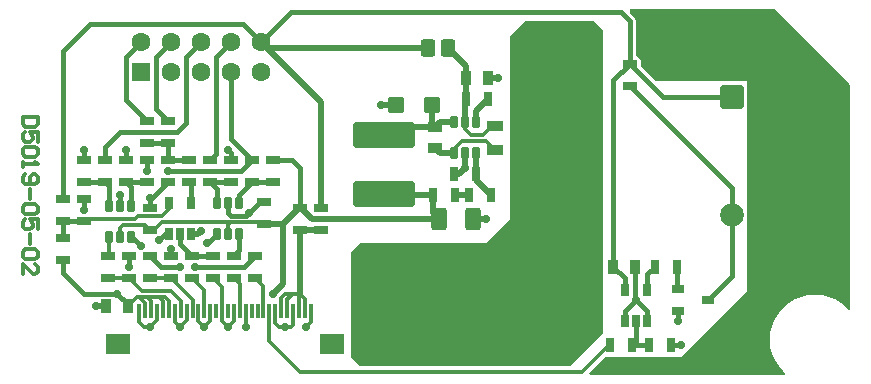
<source format=gtl>
G04*
G04 #@! TF.GenerationSoftware,Altium Limited,Altium Designer,20.1.7 (139)*
G04*
G04 Layer_Physical_Order=1*
G04 Layer_Color=255*
%FSLAX25Y25*%
%MOIN*%
G70*
G04*
G04 #@! TF.SameCoordinates,05879739-44A9-4934-95FB-35F445BD12AF*
G04*
G04*
G04 #@! TF.FilePolarity,Positive*
G04*
G01*
G75*
%ADD29R,0.07874X0.07087*%
%ADD30R,0.01181X0.05118*%
G04:AMPARAMS|DCode=31|XSize=23.62mil|YSize=43.31mil|CornerRadius=2.36mil|HoleSize=0mil|Usage=FLASHONLY|Rotation=180.000|XOffset=0mil|YOffset=0mil|HoleType=Round|Shape=RoundedRectangle|*
%AMROUNDEDRECTD31*
21,1,0.02362,0.03858,0,0,180.0*
21,1,0.01890,0.04331,0,0,180.0*
1,1,0.00472,-0.00945,0.01929*
1,1,0.00472,0.00945,0.01929*
1,1,0.00472,0.00945,-0.01929*
1,1,0.00472,-0.00945,-0.01929*
%
%ADD31ROUNDEDRECTD31*%
G04:AMPARAMS|DCode=32|XSize=49.21mil|YSize=27.56mil|CornerRadius=2.76mil|HoleSize=0mil|Usage=FLASHONLY|Rotation=0.000|XOffset=0mil|YOffset=0mil|HoleType=Round|Shape=RoundedRectangle|*
%AMROUNDEDRECTD32*
21,1,0.04921,0.02205,0,0,0.0*
21,1,0.04370,0.02756,0,0,0.0*
1,1,0.00551,0.02185,-0.01102*
1,1,0.00551,-0.02185,-0.01102*
1,1,0.00551,-0.02185,0.01102*
1,1,0.00551,0.02185,0.01102*
%
%ADD32ROUNDEDRECTD32*%
G04:AMPARAMS|DCode=33|XSize=49.21mil|YSize=27.56mil|CornerRadius=2.76mil|HoleSize=0mil|Usage=FLASHONLY|Rotation=270.000|XOffset=0mil|YOffset=0mil|HoleType=Round|Shape=RoundedRectangle|*
%AMROUNDEDRECTD33*
21,1,0.04921,0.02205,0,0,270.0*
21,1,0.04370,0.02756,0,0,270.0*
1,1,0.00551,-0.01102,-0.02185*
1,1,0.00551,-0.01102,0.02185*
1,1,0.00551,0.01102,0.02185*
1,1,0.00551,0.01102,-0.02185*
%
%ADD33ROUNDEDRECTD33*%
G04:AMPARAMS|DCode=34|XSize=23.62mil|YSize=43.31mil|CornerRadius=5.91mil|HoleSize=0mil|Usage=FLASHONLY|Rotation=0.000|XOffset=0mil|YOffset=0mil|HoleType=Round|Shape=RoundedRectangle|*
%AMROUNDEDRECTD34*
21,1,0.02362,0.03150,0,0,0.0*
21,1,0.01181,0.04331,0,0,0.0*
1,1,0.01181,0.00591,-0.01575*
1,1,0.01181,-0.00591,-0.01575*
1,1,0.01181,-0.00591,0.01575*
1,1,0.01181,0.00591,0.01575*
%
%ADD34ROUNDEDRECTD34*%
G04:AMPARAMS|DCode=35|XSize=55.12mil|YSize=31.5mil|CornerRadius=3.15mil|HoleSize=0mil|Usage=FLASHONLY|Rotation=180.000|XOffset=0mil|YOffset=0mil|HoleType=Round|Shape=RoundedRectangle|*
%AMROUNDEDRECTD35*
21,1,0.05512,0.02520,0,0,180.0*
21,1,0.04882,0.03150,0,0,180.0*
1,1,0.00630,-0.02441,0.01260*
1,1,0.00630,0.02441,0.01260*
1,1,0.00630,0.02441,-0.01260*
1,1,0.00630,-0.02441,-0.01260*
%
%ADD35ROUNDEDRECTD35*%
G04:AMPARAMS|DCode=36|XSize=55.12mil|YSize=51.18mil|CornerRadius=5.12mil|HoleSize=0mil|Usage=FLASHONLY|Rotation=270.000|XOffset=0mil|YOffset=0mil|HoleType=Round|Shape=RoundedRectangle|*
%AMROUNDEDRECTD36*
21,1,0.05512,0.04095,0,0,270.0*
21,1,0.04488,0.05118,0,0,270.0*
1,1,0.01024,-0.02047,-0.02244*
1,1,0.01024,-0.02047,0.02244*
1,1,0.01024,0.02047,0.02244*
1,1,0.01024,0.02047,-0.02244*
%
%ADD36ROUNDEDRECTD36*%
G04:AMPARAMS|DCode=37|XSize=86.61mil|YSize=204.72mil|CornerRadius=8.66mil|HoleSize=0mil|Usage=FLASHONLY|Rotation=90.000|XOffset=0mil|YOffset=0mil|HoleType=Round|Shape=RoundedRectangle|*
%AMROUNDEDRECTD37*
21,1,0.08661,0.18740,0,0,90.0*
21,1,0.06929,0.20472,0,0,90.0*
1,1,0.01732,0.09370,0.03465*
1,1,0.01732,0.09370,-0.03465*
1,1,0.01732,-0.09370,-0.03465*
1,1,0.01732,-0.09370,0.03465*
%
%ADD37ROUNDEDRECTD37*%
G04:AMPARAMS|DCode=38|XSize=72.84mil|YSize=51.18mil|CornerRadius=7.68mil|HoleSize=0mil|Usage=FLASHONLY|Rotation=270.000|XOffset=0mil|YOffset=0mil|HoleType=Round|Shape=RoundedRectangle|*
%AMROUNDEDRECTD38*
21,1,0.07284,0.03583,0,0,270.0*
21,1,0.05748,0.05118,0,0,270.0*
1,1,0.01535,-0.01791,-0.02874*
1,1,0.01535,-0.01791,0.02874*
1,1,0.01535,0.01791,0.02874*
1,1,0.01535,0.01791,-0.02874*
%
%ADD38ROUNDEDRECTD38*%
G04:AMPARAMS|DCode=39|XSize=49.21mil|YSize=31.5mil|CornerRadius=3.15mil|HoleSize=0mil|Usage=FLASHONLY|Rotation=90.000|XOffset=0mil|YOffset=0mil|HoleType=Round|Shape=RoundedRectangle|*
%AMROUNDEDRECTD39*
21,1,0.04921,0.02520,0,0,90.0*
21,1,0.04291,0.03150,0,0,90.0*
1,1,0.00630,0.01260,0.02146*
1,1,0.00630,0.01260,-0.02146*
1,1,0.00630,-0.01260,-0.02146*
1,1,0.00630,-0.01260,0.02146*
%
%ADD39ROUNDEDRECTD39*%
G04:AMPARAMS|DCode=40|XSize=57.09mil|YSize=49.21mil|CornerRadius=9.84mil|HoleSize=0mil|Usage=FLASHONLY|Rotation=90.000|XOffset=0mil|YOffset=0mil|HoleType=Round|Shape=RoundedRectangle|*
%AMROUNDEDRECTD40*
21,1,0.05709,0.02953,0,0,90.0*
21,1,0.03740,0.04921,0,0,90.0*
1,1,0.01968,0.01476,0.01870*
1,1,0.01968,0.01476,-0.01870*
1,1,0.01968,-0.01476,-0.01870*
1,1,0.01968,-0.01476,0.01870*
%
%ADD40ROUNDEDRECTD40*%
G04:AMPARAMS|DCode=41|XSize=23.62mil|YSize=43.31mil|CornerRadius=2.36mil|HoleSize=0mil|Usage=FLASHONLY|Rotation=90.000|XOffset=0mil|YOffset=0mil|HoleType=Round|Shape=RoundedRectangle|*
%AMROUNDEDRECTD41*
21,1,0.02362,0.03858,0,0,90.0*
21,1,0.01890,0.04331,0,0,90.0*
1,1,0.00472,0.01929,0.00945*
1,1,0.00472,0.01929,-0.00945*
1,1,0.00472,-0.01929,-0.00945*
1,1,0.00472,-0.01929,0.00945*
%
%ADD41ROUNDEDRECTD41*%
G04:AMPARAMS|DCode=42|XSize=49.21mil|YSize=31.5mil|CornerRadius=3.15mil|HoleSize=0mil|Usage=FLASHONLY|Rotation=180.000|XOffset=0mil|YOffset=0mil|HoleType=Round|Shape=RoundedRectangle|*
%AMROUNDEDRECTD42*
21,1,0.04921,0.02520,0,0,180.0*
21,1,0.04291,0.03150,0,0,180.0*
1,1,0.00630,-0.02146,0.01260*
1,1,0.00630,0.02146,0.01260*
1,1,0.00630,0.02146,-0.01260*
1,1,0.00630,-0.02146,-0.01260*
%
%ADD42ROUNDEDRECTD42*%
%ADD43C,0.01968*%
%ADD44C,0.01181*%
%ADD45C,0.01575*%
%ADD46C,0.01200*%
%ADD47C,0.07874*%
G04:AMPARAMS|DCode=48|XSize=78.74mil|YSize=78.74mil|CornerRadius=7.87mil|HoleSize=0mil|Usage=FLASHONLY|Rotation=270.000|XOffset=0mil|YOffset=0mil|HoleType=Round|Shape=RoundedRectangle|*
%AMROUNDEDRECTD48*
21,1,0.07874,0.06299,0,0,270.0*
21,1,0.06299,0.07874,0,0,270.0*
1,1,0.01575,-0.03150,-0.03150*
1,1,0.01575,-0.03150,0.03150*
1,1,0.01575,0.03150,0.03150*
1,1,0.01575,0.03150,-0.03150*
%
%ADD48ROUNDEDRECTD48*%
%ADD49R,0.06299X0.06299*%
%ADD50C,0.06299*%
%ADD51C,0.02756*%
G36*
X198000Y122000D02*
X201000Y119000D01*
X201000Y18000D01*
X190000Y7000D01*
X120000D01*
X117000Y10000D01*
X117000Y45000D01*
X120000Y48000D01*
X162000Y48000D01*
X170000Y56000D01*
Y117000D01*
X175000Y122000D01*
X198000Y122000D01*
D02*
G37*
G36*
X283431Y100717D02*
Y25741D01*
X282962Y25568D01*
X282276Y26371D01*
X280484Y27902D01*
X278474Y29133D01*
X276296Y30035D01*
X274004Y30586D01*
X271654Y30771D01*
X269303Y30586D01*
X267011Y30035D01*
X264833Y29133D01*
X262823Y27902D01*
X261031Y26371D01*
X259500Y24578D01*
X258268Y22568D01*
X257366Y20390D01*
X256816Y18098D01*
X256631Y15748D01*
X256816Y13398D01*
X257366Y11106D01*
X258268Y8928D01*
X259500Y6918D01*
X261031Y5125D01*
X261799Y4469D01*
X261626Y4000D01*
X196653Y4000D01*
X196462Y4462D01*
X202000Y10000D01*
X227000Y10000D01*
X249000Y32000D01*
X249000Y102000D01*
X218318Y102000D01*
X213486Y106832D01*
Y108843D01*
X213387Y109340D01*
X213105Y109762D01*
X212683Y110044D01*
X212185Y110143D01*
X211822D01*
Y122000D01*
X211822Y122000D01*
X211684Y122697D01*
X211289Y123289D01*
X211289Y123289D01*
X210000Y124577D01*
Y125950D01*
X258198D01*
X283431Y100717D01*
D02*
G37*
D29*
X110630Y14362D02*
D03*
X39370D02*
D03*
D30*
X89764Y25189D02*
D03*
X87795D02*
D03*
X85827D02*
D03*
X83858D02*
D03*
X75984D02*
D03*
X74016D02*
D03*
X72047D02*
D03*
X70079D02*
D03*
X68110D02*
D03*
X66142D02*
D03*
X64173D02*
D03*
X58268D02*
D03*
X56299D02*
D03*
X54331D02*
D03*
X52362D02*
D03*
X50394D02*
D03*
X48425D02*
D03*
X46457D02*
D03*
X60236D02*
D03*
X62205D02*
D03*
X77953D02*
D03*
X79921D02*
D03*
X81890D02*
D03*
X91732D02*
D03*
X93701D02*
D03*
X95669D02*
D03*
X97638D02*
D03*
X99606D02*
D03*
X101575D02*
D03*
X103543D02*
D03*
D31*
X208260Y32118D02*
D03*
X215740D02*
D03*
Y21882D02*
D03*
X212000D02*
D03*
X208260D02*
D03*
X56260Y61118D02*
D03*
X63740D02*
D03*
Y50882D02*
D03*
X60000D02*
D03*
X56260D02*
D03*
D32*
X107000Y59740D02*
D03*
Y52260D02*
D03*
X100000Y59740D02*
D03*
Y52260D02*
D03*
X210000Y107740D02*
D03*
Y100260D02*
D03*
X56000Y88709D02*
D03*
Y81228D02*
D03*
X88000Y54260D02*
D03*
Y61740D02*
D03*
X63000Y75709D02*
D03*
Y68228D02*
D03*
X56000Y75709D02*
D03*
Y68228D02*
D03*
X21000Y42260D02*
D03*
Y49740D02*
D03*
X64000Y43740D02*
D03*
Y36260D02*
D03*
X21000Y62740D02*
D03*
Y55260D02*
D03*
X42000Y75709D02*
D03*
Y68228D02*
D03*
X49000Y75709D02*
D03*
Y68228D02*
D03*
X78000Y43740D02*
D03*
Y36260D02*
D03*
X84000Y75709D02*
D03*
Y68228D02*
D03*
X91000Y68228D02*
D03*
Y75709D02*
D03*
X36000Y43740D02*
D03*
Y36260D02*
D03*
X35000Y75709D02*
D03*
Y68228D02*
D03*
X50000Y43740D02*
D03*
Y36260D02*
D03*
X70000Y75709D02*
D03*
Y68228D02*
D03*
X71000Y43740D02*
D03*
Y36260D02*
D03*
X28000Y68228D02*
D03*
Y75709D02*
D03*
X43000Y36260D02*
D03*
Y43740D02*
D03*
X57000Y36260D02*
D03*
Y43740D02*
D03*
X50000Y52260D02*
D03*
Y59740D02*
D03*
X28000Y55260D02*
D03*
Y62740D02*
D03*
X77000Y68228D02*
D03*
Y75709D02*
D03*
X49000Y88709D02*
D03*
Y81228D02*
D03*
X85000Y43740D02*
D03*
Y36260D02*
D03*
D33*
X210740Y14000D02*
D03*
X203260D02*
D03*
X155260Y96000D02*
D03*
X162740D02*
D03*
X163740Y64000D02*
D03*
X156260D02*
D03*
X151260Y71000D02*
D03*
X158740D02*
D03*
X216260Y14000D02*
D03*
X223740D02*
D03*
X218260Y40000D02*
D03*
X225740D02*
D03*
X151740Y64000D02*
D03*
X144260D02*
D03*
D34*
X43740Y60118D02*
D03*
Y49882D02*
D03*
X79740Y61118D02*
D03*
X72260D02*
D03*
Y50882D02*
D03*
X79740D02*
D03*
X40000Y49882D02*
D03*
X36260D02*
D03*
Y60118D02*
D03*
X40000D02*
D03*
X151260Y88118D02*
D03*
X155000D02*
D03*
X158740D02*
D03*
Y77882D02*
D03*
X155000D02*
D03*
X151260D02*
D03*
X76000Y50882D02*
D03*
Y61118D02*
D03*
D35*
X165000Y79063D02*
D03*
Y86937D02*
D03*
D36*
X132095Y94000D02*
D03*
X143905D02*
D03*
D37*
X128000Y83842D02*
D03*
Y64157D02*
D03*
D38*
X146291Y56000D02*
D03*
X157709D02*
D03*
D39*
X35457Y27000D02*
D03*
X42543D02*
D03*
X162543Y103000D02*
D03*
X155457D02*
D03*
X204457Y40000D02*
D03*
X211543D02*
D03*
D40*
X142555Y113000D02*
D03*
X149445D02*
D03*
D41*
X225882Y32740D02*
D03*
Y25260D02*
D03*
X236118Y29000D02*
D03*
D42*
X145000Y79457D02*
D03*
Y86543D02*
D03*
D43*
X94260Y54260D02*
X100000Y60000D01*
X94260Y34260D02*
Y54260D01*
X91000Y31000D02*
X94260Y34260D01*
X89000Y113000D02*
X107000Y95000D01*
X87000Y115000D02*
X89000Y113000D01*
X107000Y59740D02*
Y95000D01*
X100000Y52260D02*
X107000D01*
X100000Y31000D02*
Y52260D01*
Y60000D02*
X104000Y56000D01*
X88000Y54260D02*
X94260D01*
X65882Y50882D02*
X67000Y52000D01*
X63740Y50882D02*
X65882D01*
X57000Y43740D02*
Y46000D01*
X32000Y27000D02*
X35457D01*
X88000Y54260D02*
X88260Y54000D01*
X89000Y113000D02*
X142555D01*
X127000Y94000D02*
X132095D01*
X145000Y86543D02*
X146575Y88118D01*
X151260D01*
X143905Y87638D02*
X145000Y86543D01*
X143905Y87638D02*
Y94000D01*
X130701Y86543D02*
X145000D01*
X128000Y83842D02*
X130701Y86543D01*
X145000Y79457D02*
X146575Y77882D01*
X151260D01*
X162543Y103000D02*
X166000D01*
X149445Y113000D02*
X155457Y106988D01*
Y103000D02*
Y106988D01*
X155260Y102803D02*
X155457Y103000D01*
X155260Y96000D02*
Y102803D01*
X155000Y95740D02*
X155260Y96000D01*
X155000Y88118D02*
Y95740D01*
X158740Y92000D02*
X162740Y96000D01*
X158740Y88118D02*
Y92000D01*
X153000Y71000D02*
X155000Y73000D01*
X151260Y71000D02*
X153000D01*
X155000Y73000D02*
Y77882D01*
X158740Y69000D02*
X163740Y64000D01*
X158740Y69000D02*
Y71000D01*
Y77882D01*
X157709Y56000D02*
X162000D01*
X151740Y64000D02*
X156260D01*
X104000Y56000D02*
X146291D01*
X144260Y58031D02*
X146291Y56000D01*
X144260Y58031D02*
Y64000D01*
X128157D02*
X144260D01*
X128000Y64157D02*
X128157Y64000D01*
D44*
X97500Y31000D02*
X100000D01*
X95000D02*
X97500D01*
X95669Y29169D02*
X97500Y31000D01*
X95669Y25189D02*
Y29169D01*
X99606Y30606D02*
X100000Y31000D01*
X99606Y25189D02*
Y30606D01*
X93701Y29701D02*
X95000Y31000D01*
X93701Y25189D02*
Y29701D01*
X100000Y31000D02*
X101575Y29425D01*
Y25189D02*
Y29425D01*
X77000Y55000D02*
X88000D01*
X71000Y36260D02*
X74016Y33244D01*
Y25189D02*
Y33244D01*
X89764Y15236D02*
X100000Y5000D01*
X89764Y15236D02*
Y25189D01*
X87795D02*
Y33465D01*
X102000Y20000D02*
X103543Y21543D01*
Y25189D01*
X95000Y20000D02*
X97000D01*
X97638Y20638D01*
Y25189D01*
X93000Y20000D02*
X95000D01*
X91732Y21268D02*
X93000Y20000D01*
X91732Y21268D02*
Y25189D01*
X81890Y20110D02*
X82000Y20000D01*
X81890Y20110D02*
Y25189D01*
X76000Y20000D02*
X77953Y21953D01*
Y25189D01*
X74016Y21984D02*
X76000Y20000D01*
X74016Y21984D02*
Y25189D01*
X68000Y20000D02*
X70079Y22079D01*
Y25189D01*
X66142Y21858D02*
X68000Y20000D01*
X66142Y21858D02*
Y25189D01*
X60000Y20000D02*
X62205Y22205D01*
Y25189D01*
X58268Y21732D02*
X60000Y20000D01*
X58268Y21732D02*
Y25189D01*
X52175Y22175D02*
X52362Y22362D01*
X50000Y20000D02*
X51439Y21439D01*
X52175Y22137D02*
Y22175D01*
X51477Y21439D02*
X52175Y22137D01*
X51439Y21439D02*
X51477D01*
X52362Y22362D02*
Y25189D01*
X48000Y20000D02*
X50000D01*
X46457Y21543D02*
X48000Y20000D01*
X46457Y21543D02*
Y25189D01*
X46479Y30000D02*
X48425Y28054D01*
Y25189D02*
Y28054D01*
X45543Y30000D02*
X46479D01*
X50394Y25189D02*
Y28607D01*
X49000Y30000D02*
X50394Y28607D01*
X49000Y30000D02*
X53000D01*
X46479D02*
X49000D01*
X53000D02*
X55000D01*
X53000D02*
X54331Y28669D01*
Y25189D02*
Y28669D01*
X42543Y27000D02*
X45543Y30000D01*
X55000D02*
X56299Y28701D01*
Y25189D02*
Y28701D01*
X36000Y43740D02*
X36260Y44000D01*
Y49882D01*
X36000Y36260D02*
X36000Y36260D01*
X43000D01*
X47260Y32000D01*
X57000D01*
X60236Y28764D01*
Y25189D02*
Y28764D01*
X57000Y36260D02*
X57000Y36260D01*
X50000Y36260D02*
X57000D01*
X57000Y36260D02*
X64173Y29087D01*
Y25189D02*
Y29087D01*
X64000Y36260D02*
X68110Y32150D01*
Y25189D02*
Y32150D01*
X78000Y36260D02*
X79921Y34339D01*
Y25189D02*
Y34339D01*
X85000Y36260D02*
X87795Y33465D01*
X85000Y36000D02*
Y36260D01*
X78000Y36000D02*
Y36260D01*
X162063Y82000D02*
X165000Y79063D01*
X154000Y82000D02*
X162063D01*
X151260Y79260D02*
X154000Y82000D01*
X151260Y77882D02*
Y79260D01*
X163937Y86937D02*
X165000D01*
X161000Y84000D02*
X163937Y86937D01*
X157000Y84000D02*
X161000D01*
X155000Y86000D02*
X157000Y84000D01*
X155000Y86000D02*
Y88118D01*
X100000Y5000D02*
X194000Y5000D01*
X203010Y14010D01*
X54000Y55000D02*
X77000D01*
X76000Y54000D02*
X77000Y55000D01*
X76000Y50882D02*
Y54000D01*
X51260Y52260D02*
X54000Y55000D01*
X50000Y52260D02*
X51260D01*
X40000Y49882D02*
Y53000D01*
X41000Y54000D01*
X48260D01*
X50000Y52260D01*
X28000Y55260D02*
X28740Y56000D01*
X45000D02*
X46000Y57000D01*
X28740Y56000D02*
X45000D01*
X56260Y59260D02*
Y61118D01*
X54000Y57000D02*
X56260Y59260D01*
X46000Y57000D02*
X54000D01*
D45*
X100000Y60000D02*
Y73000D01*
X53740Y40000D02*
X60000D01*
X44118Y49882D02*
X47000Y47000D01*
X43740Y49882D02*
X44118D01*
X81260Y40000D02*
X85000Y43740D01*
X65000Y40000D02*
X81260D01*
X84000Y68228D02*
X84000Y68228D01*
X91000D01*
X79740Y63968D02*
X84000Y68228D01*
X79740Y61118D02*
Y63968D01*
X70000Y68228D02*
X72260Y65969D01*
X70000Y68228D02*
X70000Y68228D01*
X72260Y61118D02*
Y65969D01*
X42000Y68228D02*
X49000D01*
X42000D02*
X43740Y66488D01*
Y60118D02*
Y66488D01*
X43000Y40000D02*
Y43740D01*
X50000D02*
X53740Y40000D01*
X69000Y48000D02*
X69378D01*
X72260Y50882D01*
X42543Y27000D02*
Y27457D01*
X39000Y31000D02*
X42543Y27457D01*
X78000Y43740D02*
X79740Y45480D01*
Y50882D01*
X64000Y43740D02*
X71000D01*
X60000Y47740D02*
X64000Y43740D01*
X60000Y47740D02*
Y50882D01*
X53000Y49000D02*
X54882Y50882D01*
X56260D01*
X77000Y82709D02*
X84000Y75709D01*
X77000Y82709D02*
Y105000D01*
X56000Y71969D02*
X80260D01*
X84000Y75709D01*
X28000Y31000D02*
X39000D01*
X21000Y38000D02*
X28000Y31000D01*
X76000Y79000D02*
X77000Y78000D01*
Y75709D02*
Y78000D01*
X42000Y75709D02*
Y79000D01*
X28000Y75709D02*
Y79000D01*
X21000Y62740D02*
Y112000D01*
X30000Y121000D01*
X81000D01*
X87000Y115000D01*
X50000Y63000D02*
X50772D01*
X56000Y68228D01*
X70000Y75709D02*
X72000Y77709D01*
Y110000D01*
X77000Y115000D01*
X42000Y95709D02*
X49000Y88709D01*
X42000Y95709D02*
Y110000D01*
X47000Y115000D01*
X52000Y92709D02*
X56000Y88709D01*
X52000Y92709D02*
Y110000D01*
X57000Y115000D01*
X49000Y71969D02*
Y75709D01*
X56000D02*
Y81228D01*
X35000Y80000D02*
X40000Y85000D01*
X35000Y75709D02*
Y80000D01*
X40000Y85000D02*
X59000D01*
X62000Y88000D01*
X97291Y75709D02*
X100000Y73000D01*
X91000Y75709D02*
X97291D01*
X63000Y68228D02*
X63740Y67488D01*
Y61118D02*
Y67488D01*
X70000Y68228D02*
X77000D01*
X35000D02*
X36260Y66969D01*
Y60118D02*
Y66969D01*
X21000Y38000D02*
Y42260D01*
X62000Y88000D02*
Y110000D01*
X49000Y81228D02*
X56000D01*
X62000Y110000D02*
X67000Y115000D01*
X28000Y59000D02*
Y62740D01*
X40000Y60118D02*
Y64000D01*
X50000Y59740D02*
Y63000D01*
X28000Y68228D02*
X35000D01*
X56000Y75709D02*
X63000D01*
X83000Y58000D02*
X86740Y61740D01*
X88000D01*
X82000Y57000D02*
X83000Y58000D01*
X77000Y57000D02*
X82000D01*
X76000Y58000D02*
X77000Y57000D01*
X76000Y58000D02*
Y61118D01*
X211543Y29425D02*
X212000Y28969D01*
X211543Y29425D02*
Y40000D01*
X208260Y25229D02*
X212000Y28969D01*
X208260Y21685D02*
Y25229D01*
X212000Y28969D02*
X215740Y25229D01*
Y21685D02*
Y25229D01*
X225882Y22118D02*
X226000Y22000D01*
X225882Y22118D02*
Y25260D01*
X223740Y14000D02*
X227000D01*
X210740D02*
X216260D01*
X210740D02*
X212000Y15259D01*
Y21685D01*
X97000Y125000D02*
X207000D01*
X210000Y107740D02*
Y122000D01*
X207000Y125000D02*
X210000Y122000D01*
Y100260D02*
X244000Y66260D01*
Y57315D02*
Y66260D01*
X210000Y107740D02*
X221055Y96685D01*
X244000D01*
X204457Y102197D02*
X210000Y107740D01*
X204457Y40000D02*
Y102197D01*
Y40000D02*
X208260Y36197D01*
Y32315D02*
Y36197D01*
X215740Y37480D02*
X218260Y40000D01*
X215740Y32315D02*
Y37480D01*
X225740Y32882D02*
X225882Y32740D01*
X225740Y32882D02*
Y40000D01*
X236118Y29000D02*
X244000Y36882D01*
Y57315D01*
X87000Y115000D02*
X97000Y125000D01*
X28000Y55260D02*
X28000Y55260D01*
X21000Y55260D02*
X28000D01*
X21000Y49740D02*
Y55260D01*
D46*
X12498Y90000D02*
X7500D01*
Y87501D01*
X8333Y86668D01*
X11665D01*
X12498Y87501D01*
Y90000D01*
Y81669D02*
Y85002D01*
X9999D01*
X10832Y83336D01*
Y82502D01*
X9999Y81669D01*
X8333D01*
X7500Y82502D01*
Y84169D01*
X8333Y85002D01*
X11665Y80003D02*
X12498Y79170D01*
Y77504D01*
X11665Y76671D01*
X8333D01*
X7500Y77504D01*
Y79170D01*
X8333Y80003D01*
X11665D01*
X7500Y75005D02*
Y73339D01*
Y74172D01*
X12498D01*
X11665Y75005D01*
X8333Y70840D02*
X7500Y70007D01*
Y68340D01*
X8333Y67507D01*
X11665D01*
X12498Y68340D01*
Y70007D01*
X11665Y70840D01*
X10832D01*
X9999Y70007D01*
Y67507D01*
Y65841D02*
Y62509D01*
X11665Y60843D02*
X12498Y60010D01*
Y58344D01*
X11665Y57511D01*
X8333D01*
X7500Y58344D01*
Y60010D01*
X8333Y60843D01*
X11665D01*
X12498Y52512D02*
Y55844D01*
X9999D01*
X10832Y54178D01*
Y53345D01*
X9999Y52512D01*
X8333D01*
X7500Y53345D01*
Y55011D01*
X8333Y55844D01*
X9999Y50846D02*
Y47514D01*
X11665Y45848D02*
X12498Y45015D01*
Y43349D01*
X11665Y42515D01*
X8333D01*
X7500Y43349D01*
Y45015D01*
X8333Y45848D01*
X11665D01*
X7500Y37517D02*
Y40849D01*
X10832Y37517D01*
X11665D01*
X12498Y38350D01*
Y40016D01*
X11665Y40849D01*
D47*
X244000Y57315D02*
D03*
D48*
Y96685D02*
D03*
D49*
X47000Y105000D02*
D03*
D50*
Y115000D02*
D03*
X57000Y105000D02*
D03*
Y115000D02*
D03*
X67000Y105000D02*
D03*
Y115000D02*
D03*
X77000Y105000D02*
D03*
Y115000D02*
D03*
X87000Y105000D02*
D03*
Y115000D02*
D03*
D51*
X60000Y40000D02*
D03*
X67000Y52000D02*
D03*
X47000Y47000D02*
D03*
X65000Y40000D02*
D03*
X69000Y48000D02*
D03*
X91000Y31000D02*
D03*
X53000Y49000D02*
D03*
X56000Y71969D02*
D03*
X102000Y20000D02*
D03*
X82000D02*
D03*
X76000D02*
D03*
X68000D02*
D03*
X60000D02*
D03*
X39000Y31000D02*
D03*
X57000Y46000D02*
D03*
X49000Y71969D02*
D03*
X28000Y59000D02*
D03*
X40000Y64000D02*
D03*
X203000Y6000D02*
D03*
X219000Y107000D02*
D03*
X32000Y27000D02*
D03*
X43000Y40000D02*
D03*
X28000Y79000D02*
D03*
X83000Y58000D02*
D03*
X162000Y56000D02*
D03*
X127000Y94000D02*
D03*
X42000Y79000D02*
D03*
X50000Y63000D02*
D03*
X227000Y14000D02*
D03*
X257000Y6000D02*
D03*
X281000Y31000D02*
D03*
X226000Y22000D02*
D03*
X281000Y100000D02*
D03*
X251000Y103000D02*
D03*
X257000Y123000D02*
D03*
X169000Y49000D02*
D03*
X244000Y20000D02*
D03*
X197000Y118000D02*
D03*
X189000Y10000D02*
D03*
X198000Y19000D02*
D03*
X176000Y118000D02*
D03*
X121000Y11000D02*
D03*
Y44000D02*
D03*
X166000Y103000D02*
D03*
X155000Y73000D02*
D03*
X76000Y79000D02*
D03*
X50000Y20000D02*
D03*
X212000Y28969D02*
D03*
X215000Y123000D02*
D03*
X95000Y20000D02*
D03*
M02*

</source>
